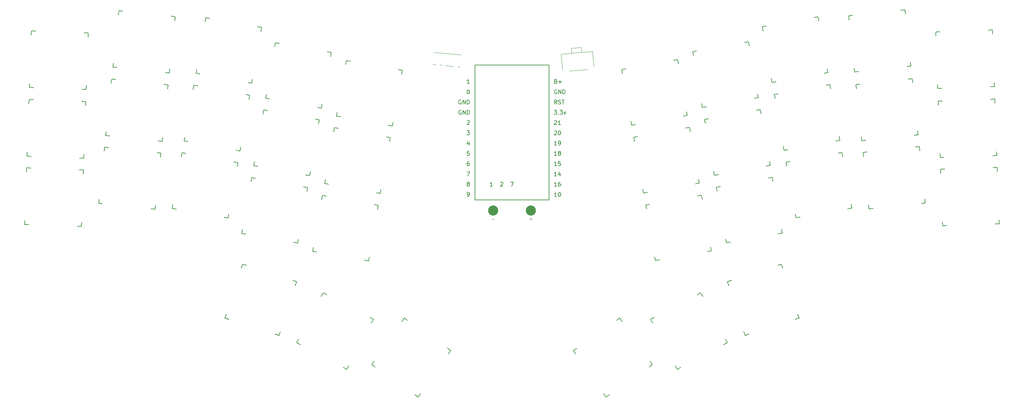
<source format=gbr>
%TF.GenerationSoftware,KiCad,Pcbnew,9.0.7*%
%TF.CreationDate,2026-02-25T20:28:23+01:00*%
%TF.ProjectId,AFF314KEEB,41464633-3134-44b4-9545-422e6b696361,rev?*%
%TF.SameCoordinates,Original*%
%TF.FileFunction,Legend,Top*%
%TF.FilePolarity,Positive*%
%FSLAX46Y46*%
G04 Gerber Fmt 4.6, Leading zero omitted, Abs format (unit mm)*
G04 Created by KiCad (PCBNEW 9.0.7) date 2026-02-25 20:28:23*
%MOMM*%
%LPD*%
G01*
G04 APERTURE LIST*
%ADD10C,0.200000*%
%ADD11C,0.100000*%
%ADD12C,0.150000*%
%ADD13C,0.120000*%
%ADD14C,2.500000*%
G04 APERTURE END LIST*
D10*
X139152391Y-80816682D02*
X138676201Y-80816682D01*
X138676201Y-80816682D02*
X138628582Y-81292872D01*
X138628582Y-81292872D02*
X138676201Y-81245253D01*
X138676201Y-81245253D02*
X138771439Y-81197634D01*
X138771439Y-81197634D02*
X139009534Y-81197634D01*
X139009534Y-81197634D02*
X139104772Y-81245253D01*
X139104772Y-81245253D02*
X139152391Y-81292872D01*
X139152391Y-81292872D02*
X139200010Y-81388110D01*
X139200010Y-81388110D02*
X139200010Y-81626205D01*
X139200010Y-81626205D02*
X139152391Y-81721443D01*
X139152391Y-81721443D02*
X139104772Y-81769063D01*
X139104772Y-81769063D02*
X139009534Y-81816682D01*
X139009534Y-81816682D02*
X138771439Y-81816682D01*
X138771439Y-81816682D02*
X138676201Y-81769063D01*
X138676201Y-81769063D02*
X138628582Y-81721443D01*
X160735547Y-86896682D02*
X160164119Y-86896682D01*
X160449833Y-86896682D02*
X160449833Y-85896682D01*
X160449833Y-85896682D02*
X160354595Y-86039539D01*
X160354595Y-86039539D02*
X160259357Y-86134777D01*
X160259357Y-86134777D02*
X160164119Y-86182396D01*
X161592690Y-86230015D02*
X161592690Y-86896682D01*
X161354595Y-85849063D02*
X161116500Y-86563348D01*
X161116500Y-86563348D02*
X161735547Y-86563348D01*
X137104772Y-68164301D02*
X137009534Y-68116682D01*
X137009534Y-68116682D02*
X136866677Y-68116682D01*
X136866677Y-68116682D02*
X136723820Y-68164301D01*
X136723820Y-68164301D02*
X136628582Y-68259539D01*
X136628582Y-68259539D02*
X136580963Y-68354777D01*
X136580963Y-68354777D02*
X136533344Y-68545253D01*
X136533344Y-68545253D02*
X136533344Y-68688110D01*
X136533344Y-68688110D02*
X136580963Y-68878586D01*
X136580963Y-68878586D02*
X136628582Y-68973824D01*
X136628582Y-68973824D02*
X136723820Y-69069063D01*
X136723820Y-69069063D02*
X136866677Y-69116682D01*
X136866677Y-69116682D02*
X136961915Y-69116682D01*
X136961915Y-69116682D02*
X137104772Y-69069063D01*
X137104772Y-69069063D02*
X137152391Y-69021443D01*
X137152391Y-69021443D02*
X137152391Y-68688110D01*
X137152391Y-68688110D02*
X136961915Y-68688110D01*
X137580963Y-69116682D02*
X137580963Y-68116682D01*
X137580963Y-68116682D02*
X138152391Y-69116682D01*
X138152391Y-69116682D02*
X138152391Y-68116682D01*
X138628582Y-69116682D02*
X138628582Y-68116682D01*
X138628582Y-68116682D02*
X138866677Y-68116682D01*
X138866677Y-68116682D02*
X139009534Y-68164301D01*
X139009534Y-68164301D02*
X139104772Y-68259539D01*
X139104772Y-68259539D02*
X139152391Y-68354777D01*
X139152391Y-68354777D02*
X139200010Y-68545253D01*
X139200010Y-68545253D02*
X139200010Y-68688110D01*
X139200010Y-68688110D02*
X139152391Y-68878586D01*
X139152391Y-68878586D02*
X139104772Y-68973824D01*
X139104772Y-68973824D02*
X139009534Y-69069063D01*
X139009534Y-69069063D02*
X138866677Y-69116682D01*
X138866677Y-69116682D02*
X138628582Y-69116682D01*
X137104772Y-70704301D02*
X137009534Y-70656682D01*
X137009534Y-70656682D02*
X136866677Y-70656682D01*
X136866677Y-70656682D02*
X136723820Y-70704301D01*
X136723820Y-70704301D02*
X136628582Y-70799539D01*
X136628582Y-70799539D02*
X136580963Y-70894777D01*
X136580963Y-70894777D02*
X136533344Y-71085253D01*
X136533344Y-71085253D02*
X136533344Y-71228110D01*
X136533344Y-71228110D02*
X136580963Y-71418586D01*
X136580963Y-71418586D02*
X136628582Y-71513824D01*
X136628582Y-71513824D02*
X136723820Y-71609063D01*
X136723820Y-71609063D02*
X136866677Y-71656682D01*
X136866677Y-71656682D02*
X136961915Y-71656682D01*
X136961915Y-71656682D02*
X137104772Y-71609063D01*
X137104772Y-71609063D02*
X137152391Y-71561443D01*
X137152391Y-71561443D02*
X137152391Y-71228110D01*
X137152391Y-71228110D02*
X136961915Y-71228110D01*
X137580963Y-71656682D02*
X137580963Y-70656682D01*
X137580963Y-70656682D02*
X138152391Y-71656682D01*
X138152391Y-71656682D02*
X138152391Y-70656682D01*
X138628582Y-71656682D02*
X138628582Y-70656682D01*
X138628582Y-70656682D02*
X138866677Y-70656682D01*
X138866677Y-70656682D02*
X139009534Y-70704301D01*
X139009534Y-70704301D02*
X139104772Y-70799539D01*
X139104772Y-70799539D02*
X139152391Y-70894777D01*
X139152391Y-70894777D02*
X139200010Y-71085253D01*
X139200010Y-71085253D02*
X139200010Y-71228110D01*
X139200010Y-71228110D02*
X139152391Y-71418586D01*
X139152391Y-71418586D02*
X139104772Y-71513824D01*
X139104772Y-71513824D02*
X139009534Y-71609063D01*
X139009534Y-71609063D02*
X138866677Y-71656682D01*
X138866677Y-71656682D02*
X138628582Y-71656682D01*
X138723820Y-91976682D02*
X138914296Y-91976682D01*
X138914296Y-91976682D02*
X139009534Y-91929063D01*
X139009534Y-91929063D02*
X139057153Y-91881443D01*
X139057153Y-91881443D02*
X139152391Y-91738586D01*
X139152391Y-91738586D02*
X139200010Y-91548110D01*
X139200010Y-91548110D02*
X139200010Y-91167158D01*
X139200010Y-91167158D02*
X139152391Y-91071920D01*
X139152391Y-91071920D02*
X139104772Y-91024301D01*
X139104772Y-91024301D02*
X139009534Y-90976682D01*
X139009534Y-90976682D02*
X138819058Y-90976682D01*
X138819058Y-90976682D02*
X138723820Y-91024301D01*
X138723820Y-91024301D02*
X138676201Y-91071920D01*
X138676201Y-91071920D02*
X138628582Y-91167158D01*
X138628582Y-91167158D02*
X138628582Y-91405253D01*
X138628582Y-91405253D02*
X138676201Y-91500491D01*
X138676201Y-91500491D02*
X138723820Y-91548110D01*
X138723820Y-91548110D02*
X138819058Y-91595729D01*
X138819058Y-91595729D02*
X139009534Y-91595729D01*
X139009534Y-91595729D02*
X139104772Y-91548110D01*
X139104772Y-91548110D02*
X139152391Y-91500491D01*
X139152391Y-91500491D02*
X139200010Y-91405253D01*
X160545071Y-63512872D02*
X160687928Y-63560491D01*
X160687928Y-63560491D02*
X160735547Y-63608110D01*
X160735547Y-63608110D02*
X160783166Y-63703348D01*
X160783166Y-63703348D02*
X160783166Y-63846205D01*
X160783166Y-63846205D02*
X160735547Y-63941443D01*
X160735547Y-63941443D02*
X160687928Y-63989063D01*
X160687928Y-63989063D02*
X160592690Y-64036682D01*
X160592690Y-64036682D02*
X160211738Y-64036682D01*
X160211738Y-64036682D02*
X160211738Y-63036682D01*
X160211738Y-63036682D02*
X160545071Y-63036682D01*
X160545071Y-63036682D02*
X160640309Y-63084301D01*
X160640309Y-63084301D02*
X160687928Y-63131920D01*
X160687928Y-63131920D02*
X160735547Y-63227158D01*
X160735547Y-63227158D02*
X160735547Y-63322396D01*
X160735547Y-63322396D02*
X160687928Y-63417634D01*
X160687928Y-63417634D02*
X160640309Y-63465253D01*
X160640309Y-63465253D02*
X160545071Y-63512872D01*
X160545071Y-63512872D02*
X160211738Y-63512872D01*
X161211738Y-63655729D02*
X161973643Y-63655729D01*
X161592690Y-64036682D02*
X161592690Y-63274777D01*
X138580963Y-85896682D02*
X139247629Y-85896682D01*
X139247629Y-85896682D02*
X138819058Y-86896682D01*
X138866677Y-65576682D02*
X138961915Y-65576682D01*
X138961915Y-65576682D02*
X139057153Y-65624301D01*
X139057153Y-65624301D02*
X139104772Y-65671920D01*
X139104772Y-65671920D02*
X139152391Y-65767158D01*
X139152391Y-65767158D02*
X139200010Y-65957634D01*
X139200010Y-65957634D02*
X139200010Y-66195729D01*
X139200010Y-66195729D02*
X139152391Y-66386205D01*
X139152391Y-66386205D02*
X139104772Y-66481443D01*
X139104772Y-66481443D02*
X139057153Y-66529063D01*
X139057153Y-66529063D02*
X138961915Y-66576682D01*
X138961915Y-66576682D02*
X138866677Y-66576682D01*
X138866677Y-66576682D02*
X138771439Y-66529063D01*
X138771439Y-66529063D02*
X138723820Y-66481443D01*
X138723820Y-66481443D02*
X138676201Y-66386205D01*
X138676201Y-66386205D02*
X138628582Y-66195729D01*
X138628582Y-66195729D02*
X138628582Y-65957634D01*
X138628582Y-65957634D02*
X138676201Y-65767158D01*
X138676201Y-65767158D02*
X138723820Y-65671920D01*
X138723820Y-65671920D02*
X138771439Y-65624301D01*
X138771439Y-65624301D02*
X138866677Y-65576682D01*
X160735547Y-89436682D02*
X160164119Y-89436682D01*
X160449833Y-89436682D02*
X160449833Y-88436682D01*
X160449833Y-88436682D02*
X160354595Y-88579539D01*
X160354595Y-88579539D02*
X160259357Y-88674777D01*
X160259357Y-88674777D02*
X160164119Y-88722396D01*
X161592690Y-88436682D02*
X161402214Y-88436682D01*
X161402214Y-88436682D02*
X161306976Y-88484301D01*
X161306976Y-88484301D02*
X161259357Y-88531920D01*
X161259357Y-88531920D02*
X161164119Y-88674777D01*
X161164119Y-88674777D02*
X161116500Y-88865253D01*
X161116500Y-88865253D02*
X161116500Y-89246205D01*
X161116500Y-89246205D02*
X161164119Y-89341443D01*
X161164119Y-89341443D02*
X161211738Y-89389063D01*
X161211738Y-89389063D02*
X161306976Y-89436682D01*
X161306976Y-89436682D02*
X161497452Y-89436682D01*
X161497452Y-89436682D02*
X161592690Y-89389063D01*
X161592690Y-89389063D02*
X161640309Y-89341443D01*
X161640309Y-89341443D02*
X161687928Y-89246205D01*
X161687928Y-89246205D02*
X161687928Y-89008110D01*
X161687928Y-89008110D02*
X161640309Y-88912872D01*
X161640309Y-88912872D02*
X161592690Y-88865253D01*
X161592690Y-88865253D02*
X161497452Y-88817634D01*
X161497452Y-88817634D02*
X161306976Y-88817634D01*
X161306976Y-88817634D02*
X161211738Y-88865253D01*
X161211738Y-88865253D02*
X161164119Y-88912872D01*
X161164119Y-88912872D02*
X161116500Y-89008110D01*
X139200010Y-64036682D02*
X138628582Y-64036682D01*
X138914296Y-64036682D02*
X138914296Y-63036682D01*
X138914296Y-63036682D02*
X138819058Y-63179539D01*
X138819058Y-63179539D02*
X138723820Y-63274777D01*
X138723820Y-63274777D02*
X138628582Y-63322396D01*
X160735547Y-79276682D02*
X160164119Y-79276682D01*
X160449833Y-79276682D02*
X160449833Y-78276682D01*
X160449833Y-78276682D02*
X160354595Y-78419539D01*
X160354595Y-78419539D02*
X160259357Y-78514777D01*
X160259357Y-78514777D02*
X160164119Y-78562396D01*
X161211738Y-79276682D02*
X161402214Y-79276682D01*
X161402214Y-79276682D02*
X161497452Y-79229063D01*
X161497452Y-79229063D02*
X161545071Y-79181443D01*
X161545071Y-79181443D02*
X161640309Y-79038586D01*
X161640309Y-79038586D02*
X161687928Y-78848110D01*
X161687928Y-78848110D02*
X161687928Y-78467158D01*
X161687928Y-78467158D02*
X161640309Y-78371920D01*
X161640309Y-78371920D02*
X161592690Y-78324301D01*
X161592690Y-78324301D02*
X161497452Y-78276682D01*
X161497452Y-78276682D02*
X161306976Y-78276682D01*
X161306976Y-78276682D02*
X161211738Y-78324301D01*
X161211738Y-78324301D02*
X161164119Y-78371920D01*
X161164119Y-78371920D02*
X161116500Y-78467158D01*
X161116500Y-78467158D02*
X161116500Y-78705253D01*
X161116500Y-78705253D02*
X161164119Y-78800491D01*
X161164119Y-78800491D02*
X161211738Y-78848110D01*
X161211738Y-78848110D02*
X161306976Y-78895729D01*
X161306976Y-78895729D02*
X161497452Y-78895729D01*
X161497452Y-78895729D02*
X161592690Y-78848110D01*
X161592690Y-78848110D02*
X161640309Y-78800491D01*
X161640309Y-78800491D02*
X161687928Y-78705253D01*
X138628582Y-73291920D02*
X138676201Y-73244301D01*
X138676201Y-73244301D02*
X138771439Y-73196682D01*
X138771439Y-73196682D02*
X139009534Y-73196682D01*
X139009534Y-73196682D02*
X139104772Y-73244301D01*
X139104772Y-73244301D02*
X139152391Y-73291920D01*
X139152391Y-73291920D02*
X139200010Y-73387158D01*
X139200010Y-73387158D02*
X139200010Y-73482396D01*
X139200010Y-73482396D02*
X139152391Y-73625253D01*
X139152391Y-73625253D02*
X138580963Y-74196682D01*
X138580963Y-74196682D02*
X139200010Y-74196682D01*
X139104772Y-78610015D02*
X139104772Y-79276682D01*
X138866677Y-78229063D02*
X138628582Y-78943348D01*
X138628582Y-78943348D02*
X139247629Y-78943348D01*
X146856351Y-88531920D02*
X146903970Y-88484301D01*
X146903970Y-88484301D02*
X146999208Y-88436682D01*
X146999208Y-88436682D02*
X147237303Y-88436682D01*
X147237303Y-88436682D02*
X147332541Y-88484301D01*
X147332541Y-88484301D02*
X147380160Y-88531920D01*
X147380160Y-88531920D02*
X147427779Y-88627158D01*
X147427779Y-88627158D02*
X147427779Y-88722396D01*
X147427779Y-88722396D02*
X147380160Y-88865253D01*
X147380160Y-88865253D02*
X146808732Y-89436682D01*
X146808732Y-89436682D02*
X147427779Y-89436682D01*
X160735547Y-81816682D02*
X160164119Y-81816682D01*
X160449833Y-81816682D02*
X160449833Y-80816682D01*
X160449833Y-80816682D02*
X160354595Y-80959539D01*
X160354595Y-80959539D02*
X160259357Y-81054777D01*
X160259357Y-81054777D02*
X160164119Y-81102396D01*
X161306976Y-81245253D02*
X161211738Y-81197634D01*
X161211738Y-81197634D02*
X161164119Y-81150015D01*
X161164119Y-81150015D02*
X161116500Y-81054777D01*
X161116500Y-81054777D02*
X161116500Y-81007158D01*
X161116500Y-81007158D02*
X161164119Y-80911920D01*
X161164119Y-80911920D02*
X161211738Y-80864301D01*
X161211738Y-80864301D02*
X161306976Y-80816682D01*
X161306976Y-80816682D02*
X161497452Y-80816682D01*
X161497452Y-80816682D02*
X161592690Y-80864301D01*
X161592690Y-80864301D02*
X161640309Y-80911920D01*
X161640309Y-80911920D02*
X161687928Y-81007158D01*
X161687928Y-81007158D02*
X161687928Y-81054777D01*
X161687928Y-81054777D02*
X161640309Y-81150015D01*
X161640309Y-81150015D02*
X161592690Y-81197634D01*
X161592690Y-81197634D02*
X161497452Y-81245253D01*
X161497452Y-81245253D02*
X161306976Y-81245253D01*
X161306976Y-81245253D02*
X161211738Y-81292872D01*
X161211738Y-81292872D02*
X161164119Y-81340491D01*
X161164119Y-81340491D02*
X161116500Y-81435729D01*
X161116500Y-81435729D02*
X161116500Y-81626205D01*
X161116500Y-81626205D02*
X161164119Y-81721443D01*
X161164119Y-81721443D02*
X161211738Y-81769063D01*
X161211738Y-81769063D02*
X161306976Y-81816682D01*
X161306976Y-81816682D02*
X161497452Y-81816682D01*
X161497452Y-81816682D02*
X161592690Y-81769063D01*
X161592690Y-81769063D02*
X161640309Y-81721443D01*
X161640309Y-81721443D02*
X161687928Y-81626205D01*
X161687928Y-81626205D02*
X161687928Y-81435729D01*
X161687928Y-81435729D02*
X161640309Y-81340491D01*
X161640309Y-81340491D02*
X161592690Y-81292872D01*
X161592690Y-81292872D02*
X161497452Y-81245253D01*
X138819058Y-88865253D02*
X138723820Y-88817634D01*
X138723820Y-88817634D02*
X138676201Y-88770015D01*
X138676201Y-88770015D02*
X138628582Y-88674777D01*
X138628582Y-88674777D02*
X138628582Y-88627158D01*
X138628582Y-88627158D02*
X138676201Y-88531920D01*
X138676201Y-88531920D02*
X138723820Y-88484301D01*
X138723820Y-88484301D02*
X138819058Y-88436682D01*
X138819058Y-88436682D02*
X139009534Y-88436682D01*
X139009534Y-88436682D02*
X139104772Y-88484301D01*
X139104772Y-88484301D02*
X139152391Y-88531920D01*
X139152391Y-88531920D02*
X139200010Y-88627158D01*
X139200010Y-88627158D02*
X139200010Y-88674777D01*
X139200010Y-88674777D02*
X139152391Y-88770015D01*
X139152391Y-88770015D02*
X139104772Y-88817634D01*
X139104772Y-88817634D02*
X139009534Y-88865253D01*
X139009534Y-88865253D02*
X138819058Y-88865253D01*
X138819058Y-88865253D02*
X138723820Y-88912872D01*
X138723820Y-88912872D02*
X138676201Y-88960491D01*
X138676201Y-88960491D02*
X138628582Y-89055729D01*
X138628582Y-89055729D02*
X138628582Y-89246205D01*
X138628582Y-89246205D02*
X138676201Y-89341443D01*
X138676201Y-89341443D02*
X138723820Y-89389063D01*
X138723820Y-89389063D02*
X138819058Y-89436682D01*
X138819058Y-89436682D02*
X139009534Y-89436682D01*
X139009534Y-89436682D02*
X139104772Y-89389063D01*
X139104772Y-89389063D02*
X139152391Y-89341443D01*
X139152391Y-89341443D02*
X139200010Y-89246205D01*
X139200010Y-89246205D02*
X139200010Y-89055729D01*
X139200010Y-89055729D02*
X139152391Y-88960491D01*
X139152391Y-88960491D02*
X139104772Y-88912872D01*
X139104772Y-88912872D02*
X139009534Y-88865253D01*
X160783166Y-69116682D02*
X160449833Y-68640491D01*
X160211738Y-69116682D02*
X160211738Y-68116682D01*
X160211738Y-68116682D02*
X160592690Y-68116682D01*
X160592690Y-68116682D02*
X160687928Y-68164301D01*
X160687928Y-68164301D02*
X160735547Y-68211920D01*
X160735547Y-68211920D02*
X160783166Y-68307158D01*
X160783166Y-68307158D02*
X160783166Y-68450015D01*
X160783166Y-68450015D02*
X160735547Y-68545253D01*
X160735547Y-68545253D02*
X160687928Y-68592872D01*
X160687928Y-68592872D02*
X160592690Y-68640491D01*
X160592690Y-68640491D02*
X160211738Y-68640491D01*
X161164119Y-69069063D02*
X161306976Y-69116682D01*
X161306976Y-69116682D02*
X161545071Y-69116682D01*
X161545071Y-69116682D02*
X161640309Y-69069063D01*
X161640309Y-69069063D02*
X161687928Y-69021443D01*
X161687928Y-69021443D02*
X161735547Y-68926205D01*
X161735547Y-68926205D02*
X161735547Y-68830967D01*
X161735547Y-68830967D02*
X161687928Y-68735729D01*
X161687928Y-68735729D02*
X161640309Y-68688110D01*
X161640309Y-68688110D02*
X161545071Y-68640491D01*
X161545071Y-68640491D02*
X161354595Y-68592872D01*
X161354595Y-68592872D02*
X161259357Y-68545253D01*
X161259357Y-68545253D02*
X161211738Y-68497634D01*
X161211738Y-68497634D02*
X161164119Y-68402396D01*
X161164119Y-68402396D02*
X161164119Y-68307158D01*
X161164119Y-68307158D02*
X161211738Y-68211920D01*
X161211738Y-68211920D02*
X161259357Y-68164301D01*
X161259357Y-68164301D02*
X161354595Y-68116682D01*
X161354595Y-68116682D02*
X161592690Y-68116682D01*
X161592690Y-68116682D02*
X161735547Y-68164301D01*
X162021262Y-68116682D02*
X162592690Y-68116682D01*
X162306976Y-69116682D02*
X162306976Y-68116682D01*
X160735547Y-84356682D02*
X160164119Y-84356682D01*
X160449833Y-84356682D02*
X160449833Y-83356682D01*
X160449833Y-83356682D02*
X160354595Y-83499539D01*
X160354595Y-83499539D02*
X160259357Y-83594777D01*
X160259357Y-83594777D02*
X160164119Y-83642396D01*
X161640309Y-83356682D02*
X161164119Y-83356682D01*
X161164119Y-83356682D02*
X161116500Y-83832872D01*
X161116500Y-83832872D02*
X161164119Y-83785253D01*
X161164119Y-83785253D02*
X161259357Y-83737634D01*
X161259357Y-83737634D02*
X161497452Y-83737634D01*
X161497452Y-83737634D02*
X161592690Y-83785253D01*
X161592690Y-83785253D02*
X161640309Y-83832872D01*
X161640309Y-83832872D02*
X161687928Y-83928110D01*
X161687928Y-83928110D02*
X161687928Y-84166205D01*
X161687928Y-84166205D02*
X161640309Y-84261443D01*
X161640309Y-84261443D02*
X161592690Y-84309063D01*
X161592690Y-84309063D02*
X161497452Y-84356682D01*
X161497452Y-84356682D02*
X161259357Y-84356682D01*
X161259357Y-84356682D02*
X161164119Y-84309063D01*
X161164119Y-84309063D02*
X161116500Y-84261443D01*
X160735547Y-91976682D02*
X160164119Y-91976682D01*
X160449833Y-91976682D02*
X160449833Y-90976682D01*
X160449833Y-90976682D02*
X160354595Y-91119539D01*
X160354595Y-91119539D02*
X160259357Y-91214777D01*
X160259357Y-91214777D02*
X160164119Y-91262396D01*
X161354595Y-90976682D02*
X161449833Y-90976682D01*
X161449833Y-90976682D02*
X161545071Y-91024301D01*
X161545071Y-91024301D02*
X161592690Y-91071920D01*
X161592690Y-91071920D02*
X161640309Y-91167158D01*
X161640309Y-91167158D02*
X161687928Y-91357634D01*
X161687928Y-91357634D02*
X161687928Y-91595729D01*
X161687928Y-91595729D02*
X161640309Y-91786205D01*
X161640309Y-91786205D02*
X161592690Y-91881443D01*
X161592690Y-91881443D02*
X161545071Y-91929063D01*
X161545071Y-91929063D02*
X161449833Y-91976682D01*
X161449833Y-91976682D02*
X161354595Y-91976682D01*
X161354595Y-91976682D02*
X161259357Y-91929063D01*
X161259357Y-91929063D02*
X161211738Y-91881443D01*
X161211738Y-91881443D02*
X161164119Y-91786205D01*
X161164119Y-91786205D02*
X161116500Y-91595729D01*
X161116500Y-91595729D02*
X161116500Y-91357634D01*
X161116500Y-91357634D02*
X161164119Y-91167158D01*
X161164119Y-91167158D02*
X161211738Y-91071920D01*
X161211738Y-91071920D02*
X161259357Y-91024301D01*
X161259357Y-91024301D02*
X161354595Y-90976682D01*
X160164119Y-73291920D02*
X160211738Y-73244301D01*
X160211738Y-73244301D02*
X160306976Y-73196682D01*
X160306976Y-73196682D02*
X160545071Y-73196682D01*
X160545071Y-73196682D02*
X160640309Y-73244301D01*
X160640309Y-73244301D02*
X160687928Y-73291920D01*
X160687928Y-73291920D02*
X160735547Y-73387158D01*
X160735547Y-73387158D02*
X160735547Y-73482396D01*
X160735547Y-73482396D02*
X160687928Y-73625253D01*
X160687928Y-73625253D02*
X160116500Y-74196682D01*
X160116500Y-74196682D02*
X160735547Y-74196682D01*
X161687928Y-74196682D02*
X161116500Y-74196682D01*
X161402214Y-74196682D02*
X161402214Y-73196682D01*
X161402214Y-73196682D02*
X161306976Y-73339539D01*
X161306976Y-73339539D02*
X161211738Y-73434777D01*
X161211738Y-73434777D02*
X161116500Y-73482396D01*
X139104772Y-83356682D02*
X138914296Y-83356682D01*
X138914296Y-83356682D02*
X138819058Y-83404301D01*
X138819058Y-83404301D02*
X138771439Y-83451920D01*
X138771439Y-83451920D02*
X138676201Y-83594777D01*
X138676201Y-83594777D02*
X138628582Y-83785253D01*
X138628582Y-83785253D02*
X138628582Y-84166205D01*
X138628582Y-84166205D02*
X138676201Y-84261443D01*
X138676201Y-84261443D02*
X138723820Y-84309063D01*
X138723820Y-84309063D02*
X138819058Y-84356682D01*
X138819058Y-84356682D02*
X139009534Y-84356682D01*
X139009534Y-84356682D02*
X139104772Y-84309063D01*
X139104772Y-84309063D02*
X139152391Y-84261443D01*
X139152391Y-84261443D02*
X139200010Y-84166205D01*
X139200010Y-84166205D02*
X139200010Y-83928110D01*
X139200010Y-83928110D02*
X139152391Y-83832872D01*
X139152391Y-83832872D02*
X139104772Y-83785253D01*
X139104772Y-83785253D02*
X139009534Y-83737634D01*
X139009534Y-83737634D02*
X138819058Y-83737634D01*
X138819058Y-83737634D02*
X138723820Y-83785253D01*
X138723820Y-83785253D02*
X138676201Y-83832872D01*
X138676201Y-83832872D02*
X138628582Y-83928110D01*
X149348732Y-88436680D02*
X150015398Y-88436680D01*
X150015398Y-88436680D02*
X149586827Y-89436680D01*
X160164119Y-75831920D02*
X160211738Y-75784301D01*
X160211738Y-75784301D02*
X160306976Y-75736682D01*
X160306976Y-75736682D02*
X160545071Y-75736682D01*
X160545071Y-75736682D02*
X160640309Y-75784301D01*
X160640309Y-75784301D02*
X160687928Y-75831920D01*
X160687928Y-75831920D02*
X160735547Y-75927158D01*
X160735547Y-75927158D02*
X160735547Y-76022396D01*
X160735547Y-76022396D02*
X160687928Y-76165253D01*
X160687928Y-76165253D02*
X160116500Y-76736682D01*
X160116500Y-76736682D02*
X160735547Y-76736682D01*
X161354595Y-75736682D02*
X161449833Y-75736682D01*
X161449833Y-75736682D02*
X161545071Y-75784301D01*
X161545071Y-75784301D02*
X161592690Y-75831920D01*
X161592690Y-75831920D02*
X161640309Y-75927158D01*
X161640309Y-75927158D02*
X161687928Y-76117634D01*
X161687928Y-76117634D02*
X161687928Y-76355729D01*
X161687928Y-76355729D02*
X161640309Y-76546205D01*
X161640309Y-76546205D02*
X161592690Y-76641443D01*
X161592690Y-76641443D02*
X161545071Y-76689063D01*
X161545071Y-76689063D02*
X161449833Y-76736682D01*
X161449833Y-76736682D02*
X161354595Y-76736682D01*
X161354595Y-76736682D02*
X161259357Y-76689063D01*
X161259357Y-76689063D02*
X161211738Y-76641443D01*
X161211738Y-76641443D02*
X161164119Y-76546205D01*
X161164119Y-76546205D02*
X161116500Y-76355729D01*
X161116500Y-76355729D02*
X161116500Y-76117634D01*
X161116500Y-76117634D02*
X161164119Y-75927158D01*
X161164119Y-75927158D02*
X161211738Y-75831920D01*
X161211738Y-75831920D02*
X161259357Y-75784301D01*
X161259357Y-75784301D02*
X161354595Y-75736682D01*
X138580963Y-75736682D02*
X139200010Y-75736682D01*
X139200010Y-75736682D02*
X138866677Y-76117634D01*
X138866677Y-76117634D02*
X139009534Y-76117634D01*
X139009534Y-76117634D02*
X139104772Y-76165253D01*
X139104772Y-76165253D02*
X139152391Y-76212872D01*
X139152391Y-76212872D02*
X139200010Y-76308110D01*
X139200010Y-76308110D02*
X139200010Y-76546205D01*
X139200010Y-76546205D02*
X139152391Y-76641443D01*
X139152391Y-76641443D02*
X139104772Y-76689063D01*
X139104772Y-76689063D02*
X139009534Y-76736682D01*
X139009534Y-76736682D02*
X138723820Y-76736682D01*
X138723820Y-76736682D02*
X138628582Y-76689063D01*
X138628582Y-76689063D02*
X138580963Y-76641443D01*
X160735547Y-65624301D02*
X160640309Y-65576682D01*
X160640309Y-65576682D02*
X160497452Y-65576682D01*
X160497452Y-65576682D02*
X160354595Y-65624301D01*
X160354595Y-65624301D02*
X160259357Y-65719539D01*
X160259357Y-65719539D02*
X160211738Y-65814777D01*
X160211738Y-65814777D02*
X160164119Y-66005253D01*
X160164119Y-66005253D02*
X160164119Y-66148110D01*
X160164119Y-66148110D02*
X160211738Y-66338586D01*
X160211738Y-66338586D02*
X160259357Y-66433824D01*
X160259357Y-66433824D02*
X160354595Y-66529063D01*
X160354595Y-66529063D02*
X160497452Y-66576682D01*
X160497452Y-66576682D02*
X160592690Y-66576682D01*
X160592690Y-66576682D02*
X160735547Y-66529063D01*
X160735547Y-66529063D02*
X160783166Y-66481443D01*
X160783166Y-66481443D02*
X160783166Y-66148110D01*
X160783166Y-66148110D02*
X160592690Y-66148110D01*
X161211738Y-66576682D02*
X161211738Y-65576682D01*
X161211738Y-65576682D02*
X161783166Y-66576682D01*
X161783166Y-66576682D02*
X161783166Y-65576682D01*
X162259357Y-66576682D02*
X162259357Y-65576682D01*
X162259357Y-65576682D02*
X162497452Y-65576682D01*
X162497452Y-65576682D02*
X162640309Y-65624301D01*
X162640309Y-65624301D02*
X162735547Y-65719539D01*
X162735547Y-65719539D02*
X162783166Y-65814777D01*
X162783166Y-65814777D02*
X162830785Y-66005253D01*
X162830785Y-66005253D02*
X162830785Y-66148110D01*
X162830785Y-66148110D02*
X162783166Y-66338586D01*
X162783166Y-66338586D02*
X162735547Y-66433824D01*
X162735547Y-66433824D02*
X162640309Y-66529063D01*
X162640309Y-66529063D02*
X162497452Y-66576682D01*
X162497452Y-66576682D02*
X162259357Y-66576682D01*
X144887779Y-89436682D02*
X144316351Y-89436682D01*
X144602065Y-89436682D02*
X144602065Y-88436682D01*
X144602065Y-88436682D02*
X144506827Y-88579539D01*
X144506827Y-88579539D02*
X144411589Y-88674777D01*
X144411589Y-88674777D02*
X144316351Y-88722396D01*
X160116500Y-70656682D02*
X160735547Y-70656682D01*
X160735547Y-70656682D02*
X160402214Y-71037634D01*
X160402214Y-71037634D02*
X160545071Y-71037634D01*
X160545071Y-71037634D02*
X160640309Y-71085253D01*
X160640309Y-71085253D02*
X160687928Y-71132872D01*
X160687928Y-71132872D02*
X160735547Y-71228110D01*
X160735547Y-71228110D02*
X160735547Y-71466205D01*
X160735547Y-71466205D02*
X160687928Y-71561443D01*
X160687928Y-71561443D02*
X160640309Y-71609063D01*
X160640309Y-71609063D02*
X160545071Y-71656682D01*
X160545071Y-71656682D02*
X160259357Y-71656682D01*
X160259357Y-71656682D02*
X160164119Y-71609063D01*
X160164119Y-71609063D02*
X160116500Y-71561443D01*
X161164119Y-71561443D02*
X161211738Y-71609063D01*
X161211738Y-71609063D02*
X161164119Y-71656682D01*
X161164119Y-71656682D02*
X161116500Y-71609063D01*
X161116500Y-71609063D02*
X161164119Y-71561443D01*
X161164119Y-71561443D02*
X161164119Y-71656682D01*
X161545071Y-70656682D02*
X162164118Y-70656682D01*
X162164118Y-70656682D02*
X161830785Y-71037634D01*
X161830785Y-71037634D02*
X161973642Y-71037634D01*
X161973642Y-71037634D02*
X162068880Y-71085253D01*
X162068880Y-71085253D02*
X162116499Y-71132872D01*
X162116499Y-71132872D02*
X162164118Y-71228110D01*
X162164118Y-71228110D02*
X162164118Y-71466205D01*
X162164118Y-71466205D02*
X162116499Y-71561443D01*
X162116499Y-71561443D02*
X162068880Y-71609063D01*
X162068880Y-71609063D02*
X161973642Y-71656682D01*
X161973642Y-71656682D02*
X161687928Y-71656682D01*
X161687928Y-71656682D02*
X161592690Y-71609063D01*
X161592690Y-71609063D02*
X161545071Y-71561443D01*
X162497452Y-70990015D02*
X162735547Y-71656682D01*
X162735547Y-71656682D02*
X162973642Y-70990015D01*
D11*
X154026927Y-97529920D02*
X154636451Y-97529920D01*
X154331689Y-97834682D02*
X154331689Y-97225158D01*
X144736927Y-97529920D02*
X145346451Y-97529920D01*
D10*
%TO.C,U1*%
X158832065Y-92794463D02*
X158832065Y-59494463D01*
X140532065Y-59494463D02*
X158832065Y-59494463D01*
X140532065Y-92794463D02*
X158832065Y-92794463D01*
X140532065Y-92794463D02*
X140532065Y-59494463D01*
D12*
%TO.C,SWL4*%
X105091865Y-56356776D02*
X104918216Y-57341584D01*
X105091865Y-56356776D02*
X104107057Y-56183128D01*
X102834438Y-69159277D02*
X102660790Y-70144085D01*
X101675982Y-69970436D02*
X102660790Y-70144085D01*
X92289364Y-54099350D02*
X91304556Y-53925701D01*
X91130908Y-54910509D02*
X91304556Y-53925701D01*
X88873481Y-67713010D02*
X89858289Y-67886658D01*
X88873481Y-67713010D02*
X89047130Y-66728202D01*
%TO.C,SWL2*%
X66570104Y-47505882D02*
X66465575Y-48500404D01*
X66570104Y-47505882D02*
X65575582Y-47401354D01*
X65211233Y-60434667D02*
X65106705Y-61429189D01*
X64112183Y-61324660D02*
X65106705Y-61429189D01*
X53641319Y-46147012D02*
X52646797Y-46042483D01*
X52542269Y-47037005D02*
X52646797Y-46042483D01*
X51183398Y-59965790D02*
X52177920Y-60070318D01*
X51183398Y-59965790D02*
X51287927Y-58971268D01*
%TO.C,SWL26*%
X214603863Y-67722090D02*
X214430214Y-66737282D01*
X215415022Y-66563634D02*
X214430214Y-66737282D01*
X216861289Y-80524591D02*
X216687641Y-79539783D01*
X216861289Y-80524591D02*
X217846097Y-80350942D01*
X228217523Y-64306207D02*
X227232715Y-64479856D01*
X228217523Y-64306207D02*
X228391171Y-65291015D01*
X229663790Y-78267164D02*
X230648598Y-78093516D01*
X230474949Y-77108708D02*
X230648598Y-78093516D01*
%TO.C,SWL35*%
X184393978Y-123253326D02*
X183924507Y-122370380D01*
X184807455Y-121900908D02*
X183924507Y-122370380D01*
X190497109Y-134731646D02*
X190027637Y-133848698D01*
X190497109Y-134731646D02*
X191380055Y-134262175D01*
X196285773Y-115797778D02*
X195402827Y-116267249D01*
X196285773Y-115797778D02*
X196755245Y-116680726D01*
X201975427Y-128628516D02*
X202858375Y-128159044D01*
X202388904Y-127276098D02*
X202858375Y-128159044D01*
%TO.C,SWL31*%
X217555882Y-84463822D02*
X217382233Y-83479014D01*
X218367041Y-83305366D02*
X217382233Y-83479014D01*
X219813308Y-97266323D02*
X219639660Y-96281515D01*
X219813308Y-97266323D02*
X220798116Y-97092674D01*
X231169542Y-81047939D02*
X230184734Y-81221588D01*
X231169542Y-81047939D02*
X231343190Y-82032747D01*
X232615809Y-95008896D02*
X233600617Y-94835248D01*
X233426968Y-93850440D02*
X233600617Y-94835248D01*
%TO.C,SWL10*%
X103439624Y-88762178D02*
X103613273Y-87777370D01*
X103439624Y-88762178D02*
X104424432Y-88935826D01*
X105697051Y-75959677D02*
X105870699Y-74974869D01*
X106855507Y-75148518D02*
X105870699Y-74974869D01*
X116242125Y-91019604D02*
X117226933Y-91193253D01*
X117400581Y-90208445D02*
X117226933Y-91193253D01*
X119658008Y-77405944D02*
X118673200Y-77232296D01*
X119658008Y-77405944D02*
X119484359Y-78390752D01*
%TO.C,SWL36*%
X203222487Y-113999635D02*
X202913470Y-113048578D01*
X203864527Y-112739561D02*
X202913470Y-113048578D01*
X207239708Y-126363370D02*
X206930691Y-125412313D01*
X207239708Y-126363370D02*
X208190765Y-126054353D01*
X216228262Y-108722340D02*
X215277205Y-109031357D01*
X216228262Y-108722340D02*
X216537279Y-109673397D01*
X219603443Y-122346149D02*
X220554500Y-122037132D01*
X220245483Y-121086075D02*
X220554500Y-122037132D01*
%TO.C,SWL23*%
X254361244Y-52264400D02*
X254326345Y-51265009D01*
X254814938Y-65256480D02*
X254780038Y-64257089D01*
X254814938Y-65256480D02*
X255814329Y-65221581D01*
X255325736Y-51230109D02*
X254326345Y-51265009D01*
X267807018Y-64802787D02*
X268806409Y-64767887D01*
X268317816Y-50776416D02*
X267318425Y-50811315D01*
X268317816Y-50776416D02*
X268352716Y-51775807D01*
X268771510Y-63768496D02*
X268806409Y-64767887D01*
%TO.C,SWL1*%
X30572466Y-65013327D02*
X30607365Y-64013936D01*
X30572466Y-65013327D02*
X31571857Y-65048227D01*
X31026159Y-52021247D02*
X31061059Y-51021856D01*
X32060450Y-51056755D02*
X31061059Y-51021856D01*
X43564546Y-65467021D02*
X44563937Y-65501920D01*
X44598837Y-64502529D02*
X44563937Y-65501920D01*
X45052530Y-51510449D02*
X44053139Y-51475549D01*
X45052530Y-51510449D02*
X45017631Y-52509840D01*
D13*
%TO.C,RSW1*%
X161797438Y-56781531D02*
X169567756Y-56101714D01*
X162118171Y-60447528D02*
X161797438Y-56781531D01*
X163815929Y-60921363D02*
X168298805Y-60529161D01*
X164328409Y-55305325D02*
X166818896Y-55087436D01*
X164437354Y-56550569D02*
X164328409Y-55305325D01*
X166927840Y-56332679D02*
X166818896Y-55087436D01*
X169888489Y-59767713D02*
X169567756Y-56101714D01*
D12*
%TO.C,SWL3*%
X71685251Y-61534438D02*
X71858900Y-60549630D01*
X71685251Y-61534438D02*
X72670059Y-61708086D01*
X73942678Y-48731937D02*
X74116326Y-47747129D01*
X75101134Y-47920778D02*
X74116326Y-47747129D01*
X84487752Y-63791864D02*
X85472560Y-63965513D01*
X85646208Y-62980705D02*
X85472560Y-63965513D01*
X87903635Y-50178204D02*
X86918827Y-50004556D01*
X87903635Y-50178204D02*
X87729986Y-51163012D01*
%TO.C,SWL27*%
X234700272Y-65274663D02*
X234595743Y-64280141D01*
X235590265Y-64175613D02*
X234595743Y-64280141D01*
X236059142Y-78203448D02*
X235954614Y-77208926D01*
X236059142Y-78203448D02*
X237053664Y-78098919D01*
X248519050Y-62816742D02*
X247524528Y-62921271D01*
X248519050Y-62816742D02*
X248623578Y-63811264D01*
X248987927Y-76844577D02*
X249982449Y-76740049D01*
X249877920Y-75745527D02*
X249982449Y-76740049D01*
%TO.C,SWL21*%
X211651844Y-50980358D02*
X211478195Y-49995550D01*
X212463003Y-49821902D02*
X211478195Y-49995550D01*
X213909270Y-63782859D02*
X213735622Y-62798051D01*
X213909270Y-63782859D02*
X214894078Y-63609210D01*
X225265504Y-47564475D02*
X224280696Y-47738124D01*
X225265504Y-47564475D02*
X225439152Y-48549283D01*
X226711771Y-61525432D02*
X227696579Y-61351784D01*
X227522930Y-60366976D02*
X227696579Y-61351784D01*
%TO.C,SWL28*%
X254958027Y-69353982D02*
X254923128Y-68354591D01*
X255411721Y-82346062D02*
X255376821Y-81346671D01*
X255411721Y-82346062D02*
X256411112Y-82311163D01*
X255922519Y-68319691D02*
X254923128Y-68354591D01*
X268403801Y-81892369D02*
X269403192Y-81857469D01*
X268914599Y-67865998D02*
X267915208Y-67900897D01*
X268914599Y-67865998D02*
X268949499Y-68865389D01*
X269368293Y-80858078D02*
X269403192Y-81857469D01*
%TO.C,SWL7*%
X49406414Y-76872662D02*
X49510943Y-75878140D01*
X49406414Y-76872662D02*
X50400936Y-76977190D01*
X50765285Y-63943877D02*
X50869813Y-62949355D01*
X51864335Y-63053884D02*
X50869813Y-62949355D01*
X62335199Y-78231532D02*
X63329721Y-78336061D01*
X63434249Y-77341539D02*
X63329721Y-78336061D01*
X64793120Y-64412754D02*
X63798598Y-64308226D01*
X64793120Y-64412754D02*
X64688591Y-65407276D01*
%TO.C,SWL25*%
X197415633Y-73900661D02*
X197241984Y-72915853D01*
X198226792Y-72742205D02*
X197241984Y-72915853D01*
X199673059Y-86703162D02*
X199499411Y-85718354D01*
X199673059Y-86703162D02*
X200657867Y-86529513D01*
X211029293Y-70484778D02*
X210044485Y-70658427D01*
X211029293Y-70484778D02*
X211202941Y-71469586D01*
X212475560Y-84445735D02*
X213460368Y-84272087D01*
X213286719Y-83287279D02*
X213460368Y-84272087D01*
%TO.C,SWL20*%
X194463614Y-57158930D02*
X194289965Y-56174122D01*
X195274773Y-56000474D02*
X194289965Y-56174122D01*
X196721040Y-69961431D02*
X196547392Y-68976623D01*
X196721040Y-69961431D02*
X197705848Y-69787782D01*
X208077274Y-53743047D02*
X207092466Y-53916696D01*
X208077274Y-53743047D02*
X208250922Y-54727855D01*
X209523541Y-67704004D02*
X210508349Y-67530356D01*
X210334700Y-66545548D02*
X210508349Y-67530356D01*
%TO.C,SWL24*%
X179914836Y-78306579D02*
X179741187Y-77321771D01*
X180725995Y-77148123D02*
X179741187Y-77321771D01*
X182172262Y-91109080D02*
X181998614Y-90124272D01*
X182172262Y-91109080D02*
X183157070Y-90935431D01*
X193528496Y-74890696D02*
X192543688Y-75064345D01*
X193528496Y-74890696D02*
X193702144Y-75875504D01*
X194974763Y-88851653D02*
X195959571Y-88678005D01*
X195785922Y-87693197D02*
X195959571Y-88678005D01*
D13*
%TO.C,PSW1*%
X130368476Y-56350310D02*
X137092790Y-56938611D01*
X130897488Y-59367899D02*
X130110495Y-59299046D01*
X132390909Y-59508595D02*
X131813116Y-59458044D01*
X135349607Y-59767447D02*
X133317370Y-59589650D01*
X136305954Y-59851117D02*
X136833937Y-59897309D01*
D12*
%TO.C,SWL19*%
X176962817Y-61564847D02*
X176789168Y-60580039D01*
X177773976Y-60406391D02*
X176789168Y-60580039D01*
X179220243Y-74367348D02*
X179046595Y-73382540D01*
X179220243Y-74367348D02*
X180205051Y-74193699D01*
X190576477Y-58148964D02*
X189591669Y-58322613D01*
X190576477Y-58148964D02*
X190750125Y-59133772D01*
X192022744Y-72109921D02*
X193007552Y-71936273D01*
X192833903Y-70951465D02*
X193007552Y-71936273D01*
%TO.C,SWL18*%
X115637750Y-132714554D02*
X115064175Y-133533704D01*
X115883327Y-134107281D02*
X115064175Y-133533704D01*
X123094245Y-122065576D02*
X122520668Y-122884728D01*
X123094245Y-122065576D02*
X123913395Y-122639151D01*
X126532303Y-141563774D02*
X125713153Y-140990199D01*
X126532303Y-141563774D02*
X127105880Y-140744622D01*
X133743221Y-129522069D02*
X134562373Y-130095646D01*
X133988798Y-130914796D02*
X134562373Y-130095646D01*
%TO.C,SWL14*%
X82986808Y-101097993D02*
X83160457Y-100113185D01*
X82986808Y-101097993D02*
X83971616Y-101271641D01*
X85244235Y-88295492D02*
X85417883Y-87310684D01*
X86402691Y-87484333D02*
X85417883Y-87310684D01*
X95789309Y-103355419D02*
X96774117Y-103529068D01*
X96947765Y-102544260D02*
X96774117Y-103529068D01*
X99205192Y-89741759D02*
X98220384Y-89568111D01*
X99205192Y-89741759D02*
X99031543Y-90726567D01*
%TO.C,SWL5*%
X106374278Y-72118927D02*
X106547927Y-71134119D01*
X106374278Y-72118927D02*
X107359086Y-72292575D01*
X108631705Y-59316426D02*
X108805353Y-58331618D01*
X109790161Y-58505267D02*
X108805353Y-58331618D01*
X119176779Y-74376353D02*
X120161587Y-74550002D01*
X120335235Y-73565194D02*
X120161587Y-74550002D01*
X122592662Y-60762693D02*
X121607854Y-60589045D01*
X122592662Y-60762693D02*
X122419013Y-61747501D01*
%TO.C,SWL22*%
X232912835Y-48268338D02*
X232808306Y-47273816D01*
X233802828Y-47169288D02*
X232808306Y-47273816D01*
X234271705Y-61197123D02*
X234167177Y-60202601D01*
X234271705Y-61197123D02*
X235266227Y-61092594D01*
X246731613Y-45810417D02*
X245737091Y-45914946D01*
X246731613Y-45810417D02*
X246836141Y-46804939D01*
X247200490Y-59838252D02*
X248195012Y-59733724D01*
X248090483Y-58739202D02*
X248195012Y-59733724D01*
%TO.C,SWL30*%
X200367652Y-90642393D02*
X200194003Y-89657585D01*
X201178811Y-89483937D02*
X200194003Y-89657585D01*
X202625078Y-103444894D02*
X202451430Y-102460086D01*
X202625078Y-103444894D02*
X203609886Y-103271245D01*
X213981312Y-87226510D02*
X212996504Y-87400159D01*
X213981312Y-87226510D02*
X214154960Y-88211318D01*
X215427579Y-101187467D02*
X216412387Y-101013819D01*
X216238738Y-100029011D02*
X216412387Y-101013819D01*
%TO.C,SWL29*%
X182866855Y-95048311D02*
X182693206Y-94063503D01*
X183678014Y-93889855D02*
X182693206Y-94063503D01*
X185124281Y-107850812D02*
X184950633Y-106866004D01*
X185124281Y-107850812D02*
X186109089Y-107677163D01*
X196480515Y-91632428D02*
X195495707Y-91806077D01*
X196480515Y-91632428D02*
X196654163Y-92617236D01*
X197926782Y-105593385D02*
X198911590Y-105419737D01*
X198737941Y-104434929D02*
X198911590Y-105419737D01*
%TO.C,SWL13*%
X65798578Y-94919421D02*
X65972227Y-93934613D01*
X65798578Y-94919421D02*
X66783386Y-95093069D01*
X68056005Y-82116920D02*
X68229653Y-81132112D01*
X69214461Y-81305761D02*
X68229653Y-81132112D01*
X78601079Y-97176847D02*
X79585887Y-97350496D01*
X79759535Y-96365688D02*
X79585887Y-97350496D01*
X82016962Y-83563187D02*
X81032154Y-83389539D01*
X82016962Y-83563187D02*
X81843313Y-84547995D01*
%TO.C,SWL12*%
X47639882Y-93680083D02*
X47744411Y-92685561D01*
X47639882Y-93680083D02*
X48634404Y-93784611D01*
X48998753Y-80751298D02*
X49103281Y-79756776D01*
X50097803Y-79861305D02*
X49103281Y-79756776D01*
X60568667Y-95038953D02*
X61563189Y-95143482D01*
X61667717Y-94148960D02*
X61563189Y-95143482D01*
X63026588Y-81220175D02*
X62032066Y-81115647D01*
X63026588Y-81220175D02*
X62922059Y-82214697D01*
%TO.C,SWL9*%
X85938827Y-84356261D02*
X86112476Y-83371453D01*
X85938827Y-84356261D02*
X86923635Y-84529909D01*
X88196254Y-71553760D02*
X88369902Y-70568952D01*
X89354710Y-70742601D02*
X88369902Y-70568952D01*
X98741328Y-86613687D02*
X99726136Y-86787336D01*
X99899784Y-85802528D02*
X99726136Y-86787336D01*
X102157211Y-73000027D02*
X101172403Y-72826379D01*
X102157211Y-73000027D02*
X101983562Y-73984835D01*
%TO.C,SWL8*%
X68733232Y-78276170D02*
X68906881Y-77291362D01*
X68733232Y-78276170D02*
X69718040Y-78449818D01*
X70990659Y-65473669D02*
X71164307Y-64488861D01*
X72149115Y-64662510D02*
X71164307Y-64488861D01*
X81535733Y-80533596D02*
X82520541Y-80707245D01*
X82694189Y-79722437D02*
X82520541Y-80707245D01*
X84951616Y-66919936D02*
X83966808Y-66746288D01*
X84951616Y-66919936D02*
X84777967Y-67904744D01*
%TO.C,SWL11*%
X29389372Y-98892675D02*
X29424271Y-97893284D01*
X29389372Y-98892675D02*
X30388763Y-98927575D01*
X29843065Y-85900595D02*
X29877965Y-84901204D01*
X30877356Y-84936103D02*
X29877965Y-84901204D01*
X42381452Y-99346369D02*
X43380843Y-99381268D01*
X43415743Y-98381877D02*
X43380843Y-99381268D01*
X43869436Y-85389797D02*
X42870045Y-85354897D01*
X43869436Y-85389797D02*
X43834537Y-86389188D01*
%TO.C,SWL34*%
X164861007Y-130108393D02*
X165434582Y-130927543D01*
X164861007Y-130108393D02*
X165680159Y-129534816D01*
X172317500Y-140757369D02*
X172891077Y-141576521D01*
X173710227Y-141002946D02*
X172891077Y-141576521D01*
X175509985Y-122651898D02*
X176329135Y-122078323D01*
X176902712Y-122897475D02*
X176329135Y-122078323D01*
X184359205Y-133546451D02*
X183540053Y-134120028D01*
X184359205Y-133546451D02*
X183785630Y-132727301D01*
%TO.C,SWL6*%
X29979174Y-82002970D02*
X30014073Y-81003579D01*
X29979174Y-82002970D02*
X30978565Y-82037870D01*
X30432867Y-69010890D02*
X30467767Y-68011499D01*
X31467158Y-68046398D02*
X30467767Y-68011499D01*
X42971254Y-82456664D02*
X43970645Y-82491563D01*
X44005545Y-81492172D02*
X43970645Y-82491563D01*
X44459238Y-68500092D02*
X43459847Y-68465192D01*
X44459238Y-68500092D02*
X44424339Y-69499483D01*
%TO.C,SWL16*%
X78868586Y-122025485D02*
X79177603Y-121074428D01*
X78868586Y-122025485D02*
X79819643Y-122334502D01*
X82885807Y-109661750D02*
X83194824Y-108710693D01*
X84145881Y-109019710D02*
X83194824Y-108710693D01*
X91232321Y-126042706D02*
X92183378Y-126351723D01*
X92492395Y-125400666D02*
X92183378Y-126351723D01*
X96509616Y-113036931D02*
X95558559Y-112727914D01*
X96509616Y-113036931D02*
X96200599Y-113987988D01*
%TO.C,SWL33*%
X255547828Y-86243687D02*
X255512929Y-85244296D01*
X256001522Y-99235767D02*
X255966622Y-98236376D01*
X256001522Y-99235767D02*
X257000913Y-99200868D01*
X256512320Y-85209396D02*
X255512929Y-85244296D01*
X268993602Y-98782074D02*
X269992993Y-98747174D01*
X269504400Y-84755703D02*
X268505009Y-84790602D01*
X269504400Y-84755703D02*
X269539300Y-85755094D01*
X269958094Y-97747783D02*
X269992993Y-98747174D01*
%TO.C,SWL15*%
X100487605Y-105503910D02*
X100661254Y-104519102D01*
X100487605Y-105503910D02*
X101472413Y-105677558D01*
X102745032Y-92701409D02*
X102918680Y-91716601D01*
X103903488Y-91890250D02*
X102918680Y-91716601D01*
X113290106Y-107761336D02*
X114274914Y-107934985D01*
X114448562Y-106950177D02*
X114274914Y-107934985D01*
X116705989Y-94147676D02*
X115721181Y-93974028D01*
X116705989Y-94147676D02*
X116532340Y-95132484D01*
%TO.C,SWL17*%
X96565006Y-128146298D02*
X97034477Y-127263352D01*
X96565006Y-128146298D02*
X97447954Y-128615770D01*
X102668136Y-116667980D02*
X103137608Y-115785032D01*
X104020554Y-116254503D02*
X103137608Y-115785032D01*
X108043326Y-134249429D02*
X108926272Y-134718900D01*
X109395744Y-133835952D02*
X108926272Y-134718900D01*
X115498874Y-122357634D02*
X114615926Y-121888162D01*
X115498874Y-122357634D02*
X115029403Y-123240580D01*
%TO.C,SWL32*%
X236466803Y-82082083D02*
X236362274Y-81087561D01*
X237356796Y-80983033D02*
X236362274Y-81087561D01*
X237825673Y-95010868D02*
X237721145Y-94016346D01*
X237825673Y-95010868D02*
X238820195Y-94906339D01*
X250285581Y-79624162D02*
X249291059Y-79728691D01*
X250285581Y-79624162D02*
X250390109Y-80618684D01*
X250754458Y-93651997D02*
X251748980Y-93547469D01*
X251644451Y-92552947D02*
X251748980Y-93547469D01*
%TD*%
D14*
%TO.C,BAT+1*%
X154331689Y-95419787D03*
%TD*%
%TO.C,BATGND1*%
X145041689Y-95419787D03*
%TD*%
M02*

</source>
